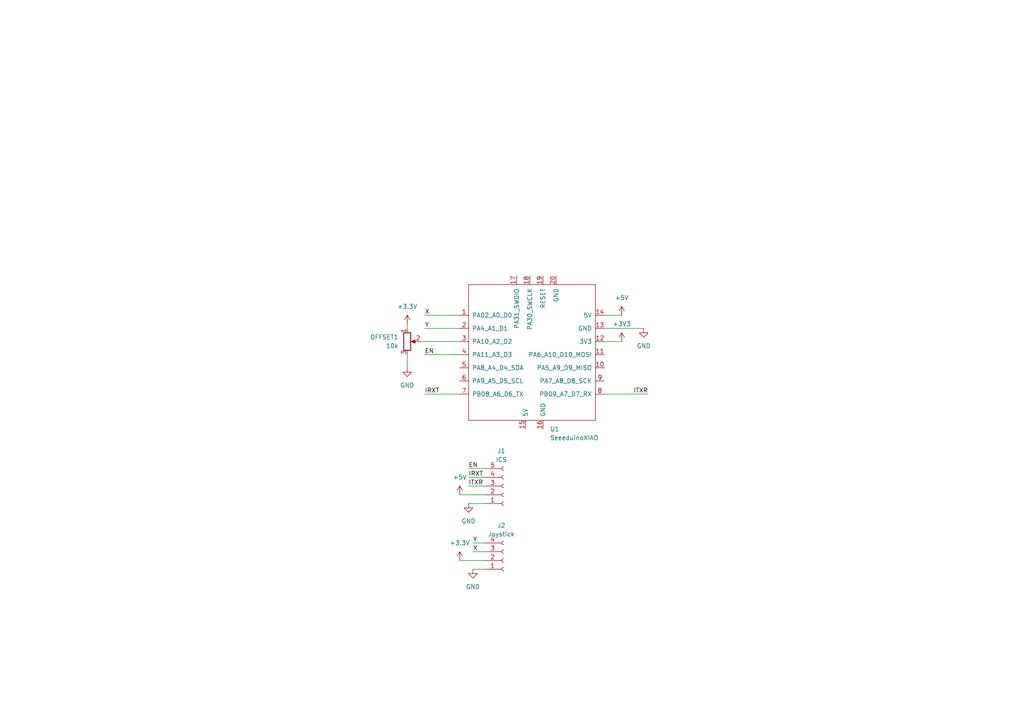
<source format=kicad_sch>
(kicad_sch (version 20211123) (generator eeschema)
  (paper "A4")
  (lib_symbols
    (symbol "Connector:Conn_01x04_Female" (pin_names (offset 1.016) hide)
      (property "Reference" "J" (at 0 5.08 0))
      (property "Value" "Conn_01x04_Female" (at 0 -7.62 0))
      (symbol "Conn_01x04_Female_1_1"
        (arc (start 0 -4.572) (mid -0.508 -5.08) (end 0 -5.588) (stroke (width 0.1524)))
        (arc (start 0 -2.032) (mid -0.508 -2.54) (end 0 -3.048) (stroke (width 0.1524)))
        (polyline (pts (xy -1.27 -5.08) (xy -0.508 -5.08)) (stroke (width 0.1524)))
        (polyline (pts (xy -1.27 -2.54) (xy -0.508 -2.54)) (stroke (width 0.1524)))
        (polyline (pts (xy -1.27 0) (xy -0.508 0)) (stroke (width 0.1524)))
        (polyline (pts (xy -1.27 2.54) (xy -0.508 2.54)) (stroke (width 0.1524)))
        (arc (start 0 0.508) (mid -0.508 0) (end 0 -0.508) (stroke (width 0.1524)))
        (arc (start 0 3.048) (mid -0.508 2.54) (end 0 2.032) (stroke (width 0.1524)))
        (pin passive line (at -5.08 2.54 0) (length 3.81) (name "Pin_1") (number "1"))
        (pin passive line (at -5.08 0 0) (length 3.81) (name "Pin_2") (number "2"))
        (pin passive line (at -5.08 -2.54 0) (length 3.81) (name "Pin_3") (number "3"))
        (pin passive line (at -5.08 -5.08 0) (length 3.81) (name "Pin_4") (number "4"))
      )
    )
    (symbol "Connector:Conn_01x05_Female" (pin_names (offset 1.016) hide)
      (property "Reference" "J" (at 0 7.62 0))
      (property "Value" "Conn_01x05_Female" (at 0 -7.62 0))
      (symbol "Conn_01x05_Female_1_1"
        (arc (start 0 -4.572) (mid -0.508 -5.08) (end 0 -5.588) (stroke (width 0.1524)))
        (arc (start 0 -2.032) (mid -0.508 -2.54) (end 0 -3.048) (stroke (width 0.1524)))
        (polyline (pts (xy -1.27 -5.08) (xy -0.508 -5.08)) (stroke (width 0.1524)))
        (polyline (pts (xy -1.27 -2.54) (xy -0.508 -2.54)) (stroke (width 0.1524)))
        (polyline (pts (xy -1.27 0) (xy -0.508 0)) (stroke (width 0.1524)))
        (polyline (pts (xy -1.27 2.54) (xy -0.508 2.54)) (stroke (width 0.1524)))
        (polyline (pts (xy -1.27 5.08) (xy -0.508 5.08)) (stroke (width 0.1524)))
        (arc (start 0 0.508) (mid -0.508 0) (end 0 -0.508) (stroke (width 0.1524)))
        (arc (start 0 3.048) (mid -0.508 2.54) (end 0 2.032) (stroke (width 0.1524)))
        (arc (start 0 5.588) (mid -0.508 5.08) (end 0 4.572) (stroke (width 0.1524)))
        (pin passive line (at -5.08 5.08 0) (length 3.81) (name "Pin_1") (number "1"))
        (pin passive line (at -5.08 2.54 0) (length 3.81) (name "Pin_2") (number "2"))
        (pin passive line (at -5.08 0 0) (length 3.81) (name "Pin_3") (number "3"))
        (pin passive line (at -5.08 -2.54 0) (length 3.81) (name "Pin_4") (number "4"))
        (pin passive line (at -5.08 -5.08 0) (length 3.81) (name "Pin_5") (number "5"))
      )
    )
    (symbol "Device:R_Potentiometer" (pin_names (offset 1.016) hide)
      (property "Reference" "RV" (at -4.445 0 90))
      (property "Value" "R_Potentiometer" (at -2.54 0 90))
      (symbol "R_Potentiometer_0_1"
        (polyline (pts (xy 2.54 0) (xy 1.524 0)))
        (polyline (pts (xy 1.143 0) (xy 2.286 0.508) (xy 2.286 -0.508) (xy 1.143 0)) (fill (type outline)))
        (rectangle (start 1.016 2.54) (end -1.016 -2.54) (stroke (width 0.254)))
      )
      (symbol "R_Potentiometer_1_1"
        (pin passive line (at 0 3.81 270) (length 1.27) (name "1") (number "1"))
        (pin passive line (at 3.81 0 180) (length 1.27) (name "2") (number "2"))
        (pin passive line (at 0 -3.81 90) (length 1.27) (name "3") (number "3"))
      )
    )
    (symbol "Seeeduino XIAO:SeeeduinoXIAO" (pin_names (offset 1.016))
      (property "Reference" "U" (at -19.05 22.86 0))
      (property "Value" "SeeeduinoXIAO" (at -12.7 21.59 0))
      (symbol "SeeeduinoXIAO_0_1"
        (rectangle (start -19.05 20.32) (end 17.78 -19.05))
      )
      (symbol "SeeeduinoXIAO_1_1"
        (pin unspecified line (at -21.59 11.43 0) (length 2.54) (name "PA02_A0_D0") (number "1"))
        (pin unspecified line (at 20.32 -3.81 180) (length 2.54) (name "PA5_A9_D9_MISO") (number "10"))
        (pin unspecified line (at 20.32 0 180) (length 2.54) (name "PA6_A10_D10_MOSI") (number "11"))
        (pin unspecified line (at 20.32 3.81 180) (length 2.54) (name "3V3") (number "12"))
        (pin unspecified line (at 20.32 7.62 180) (length 2.54) (name "GND") (number "13"))
        (pin unspecified line (at 20.32 11.43 180) (length 2.54) (name "5V") (number "14"))
        (pin input line (at -2.54 -21.59 90) (length 2.54) (name "5V") (number "15"))
        (pin input line (at 2.54 -21.59 90) (length 2.54) (name "GND") (number "16"))
        (pin input line (at -5.08 22.86 270) (length 2.54) (name "PA31_SWDIO") (number "17"))
        (pin input line (at -1.27 22.86 270) (length 2.54) (name "PA30_SWCLK") (number "18"))
        (pin input line (at 2.54 22.86 270) (length 2.54) (name "RESET") (number "19"))
        (pin unspecified line (at -21.59 7.62 0) (length 2.54) (name "PA4_A1_D1") (number "2"))
        (pin input line (at 6.35 22.86 270) (length 2.54) (name "GND") (number "20"))
        (pin unspecified line (at -21.59 3.81 0) (length 2.54) (name "PA10_A2_D2") (number "3"))
        (pin unspecified line (at -21.59 0 0) (length 2.54) (name "PA11_A3_D3") (number "4"))
        (pin unspecified line (at -21.59 -3.81 0) (length 2.54) (name "PA8_A4_D4_SDA") (number "5"))
        (pin unspecified line (at -21.59 -7.62 0) (length 2.54) (name "PA9_A5_D5_SCL") (number "6"))
        (pin unspecified line (at -21.59 -11.43 0) (length 2.54) (name "PB08_A6_D6_TX") (number "7"))
        (pin unspecified line (at 20.32 -11.43 180) (length 2.54) (name "PB09_A7_D7_RX") (number "8"))
        (pin unspecified line (at 20.32 -7.62 180) (length 2.54) (name "PA7_A8_D8_SCK") (number "9"))
      )
    )
    (symbol "power:+3.3V" (power) (pin_names (offset 0))
      (property "Value" "+3.3V" (at 0 3.556 0))
      (symbol "+3.3V_0_1"
        (polyline (pts (xy -0.762 1.27) (xy 0 2.54)))
        (polyline (pts (xy 0 0) (xy 0 2.54)))
        (polyline (pts (xy 0 2.54) (xy 0.762 1.27)))
      )
      (symbol "+3.3V_1_1"
        (pin power_in line (at 0 0 90) (length 0) hide (name "+3.3V") (number "1"))
      )
    )
    (symbol "power:+3V3" (power) (pin_names (offset 0))
      (property "Value" "+3V3" (at 0 3.556 0))
      (symbol "+3V3_0_1"
        (polyline (pts (xy -0.762 1.27) (xy 0 2.54)))
        (polyline (pts (xy 0 0) (xy 0 2.54)))
        (polyline (pts (xy 0 2.54) (xy 0.762 1.27)))
      )
      (symbol "+3V3_1_1"
        (pin power_in line (at 0 0 90) (length 0) hide (name "+3V3") (number "1"))
      )
    )
    (symbol "power:+5V" (power) (pin_names (offset 0))
      (property "Value" "+5V" (at 0 3.556 0))
      (symbol "+5V_0_1"
        (polyline (pts (xy -0.762 1.27) (xy 0 2.54)))
        (polyline (pts (xy 0 0) (xy 0 2.54)))
        (polyline (pts (xy 0 2.54) (xy 0.762 1.27)))
      )
      (symbol "+5V_1_1"
        (pin power_in line (at 0 0 90) (length 0) hide (name "+5V") (number "1"))
      )
    )
    (symbol "power:GND" (power) (pin_names (offset 0))
      (property "Value" "GND" (at 0 -3.81 0))
      (symbol "GND_0_1"
        (polyline (pts (xy 0 0) (xy 0 -1.27) (xy 1.27 -1.27) (xy 0 -2.54) (xy -1.27 -1.27) (xy 0 -1.27)))
      )
      (symbol "GND_1_1"
        (pin power_in line (at 0 0 270) (length 0) hide (name "GND") (number "1"))
      )
    )
  )
  (wire (pts (xy 175.26 99.06) (xy 180.34 99.06)))
  (wire (pts (xy 123.19 95.25) (xy 133.35 95.25)))
  (wire (pts (xy 135.89 140.97) (xy 140.97 140.97)))
  (wire (pts (xy 133.35 143.51) (xy 140.97 143.51)))
  (wire (pts (xy 121.92 99.06) (xy 133.35 99.06)))
  (wire (pts (xy 123.19 91.44) (xy 133.35 91.44)))
  (wire (pts (xy 123.19 102.87) (xy 133.35 102.87)))
  (wire (pts (xy 118.11 102.87) (xy 118.11 106.68)))
  (wire (pts (xy 123.19 114.3) (xy 133.35 114.3)))
  (wire (pts (xy 135.89 146.05) (xy 140.97 146.05)))
  (wire (pts (xy 175.26 95.25) (xy 186.69 95.25)))
  (wire (pts (xy 175.26 114.3) (xy 187.96 114.3)))
  (wire (pts (xy 133.35 162.56) (xy 140.97 162.56)))
  (wire (pts (xy 135.89 135.89) (xy 140.97 135.89)))
  (wire (pts (xy 137.16 165.1) (xy 140.97 165.1)))
  (wire (pts (xy 137.16 157.48) (xy 140.97 157.48)))
  (wire (pts (xy 175.26 91.44) (xy 180.34 91.44)))
  (wire (pts (xy 118.11 93.98) (xy 118.11 95.25)))
  (wire (pts (xy 137.16 160.02) (xy 140.97 160.02)))
  (wire (pts (xy 135.89 138.43) (xy 140.97 138.43)))
  (label "EN" (at 123.19 102.87 0))
  (label "Y" (at 123.19 95.25 0))
  (label "X" (at 123.19 91.44 0))
  (label "IRXT" (at 135.89 138.43 0))
  (label "ITXR" (at 135.89 140.97 0))
  (label "Y" (at 137.16 157.48 0))
  (label "X" (at 137.16 160.02 0))
  (label "EN" (at 135.89 135.89 0))
  (label "ITXR" (at 187.96 114.3 180))
  (label "IRXT" (at 123.19 114.3 0))
  (symbol (lib_id "Seeeduino XIAO:SeeeduinoXIAO") (at 154.94 102.87 0) (unit 1)
    (property "Reference" "U1" (at 159.4994 124.46 0) (effects (justify left)))
    (property "Value" "SeeeduinoXIAO" (at 159.4994 127 0) (effects (justify left)))
    (property "Footprint" "Seeeduino XIAO KICAD:Seeeduino XIAO-MOUDLE14P-2.54-21X17.8MM" (effects hide))
  )
  (symbol (lib_id "power:+3.3V") (at 118.11 93.98 0) (unit 1)
    (property "Reference" "#PWR01" (effects hide))
    (property "Value" "+3.3V" (at 118.11 88.9 0))
  )
  (symbol (lib_id "Device:R_Potentiometer") (at 118.11 99.06 0) (unit 1)
    (property "Reference" "OFFSET1" (at 115.57 97.7899 0) (effects (justify right)))
    (property "Value" "10k" (at 115.57 100.3299 0) (effects (justify right)))
    (property "Footprint" "3386K:3386K" (effects hide))
  )
  (symbol (lib_id "power:+5V") (at 133.35 143.51 0) (unit 1)
    (property "Reference" "#PWR03" (effects hide))
    (property "Value" "+5V" (at 133.35 138.43 0))
  )
  (symbol (lib_id "power:+5V") (at 180.34 91.44 0) (unit 1)
    (property "Reference" "#PWR07" (effects hide))
    (property "Value" "+5V" (at 180.34 86.36 0))
  )
  (symbol (lib_id "power:+3V3") (at 180.34 99.06 0) (unit 1)
    (property "Reference" "#PWR08" (effects hide))
    (property "Value" "+3V3" (at 180.34 93.98 0))
  )
  (symbol (lib_id "power:GND") (at 118.11 106.68 0) (unit 1)
    (property "Reference" "#PWR02" (effects hide))
    (property "Value" "GND" (at 118.11 111.76 0))
  )
  (symbol (lib_id "power:GND") (at 137.16 165.1 0) (unit 1)
    (property "Reference" "#PWR06" (effects hide))
    (property "Value" "GND" (at 137.16 170.18 0))
  )
  (symbol (lib_id "power:GND") (at 186.69 95.25 0) (unit 1)
    (property "Reference" "#PWR09" (effects hide))
    (property "Value" "GND" (at 186.69 100.33 0))
  )
  (symbol (lib_id "power:+3.3V") (at 133.35 162.56 0) (unit 1)
    (property "Reference" "#PWR04" (effects hide))
    (property "Value" "+3.3V" (at 133.35 157.48 0))
  )
  (symbol (lib_id "Connector:Conn_01x05_Female") (at 146.05 140.97 0) (mirror x) (unit 1)
    (property "Reference" "J1" (at 145.415 130.81 0))
    (property "Value" "ICS" (at 145.415 133.35 0))
    (property "Footprint" "Connector_JST:JST_XH_S5B-XH-A_1x05_P2.50mm_Horizontal" (effects hide))
  )
  (symbol (lib_id "power:GND") (at 135.89 146.05 0) (unit 1)
    (property "Reference" "#PWR05" (effects hide))
    (property "Value" "GND" (at 135.89 151.13 0))
  )
  (symbol (lib_id "Connector:Conn_01x04_Female") (at 146.05 162.56 0) (mirror x) (unit 1)
    (property "Reference" "J2" (at 145.415 152.4 0))
    (property "Value" "Joystick" (at 145.415 154.94 0))
    (property "Footprint" "Connector_JST:JST_XH_S4B-XH-A_1x04_P2.50mm_Horizontal" (effects hide))
  )
)
</source>
